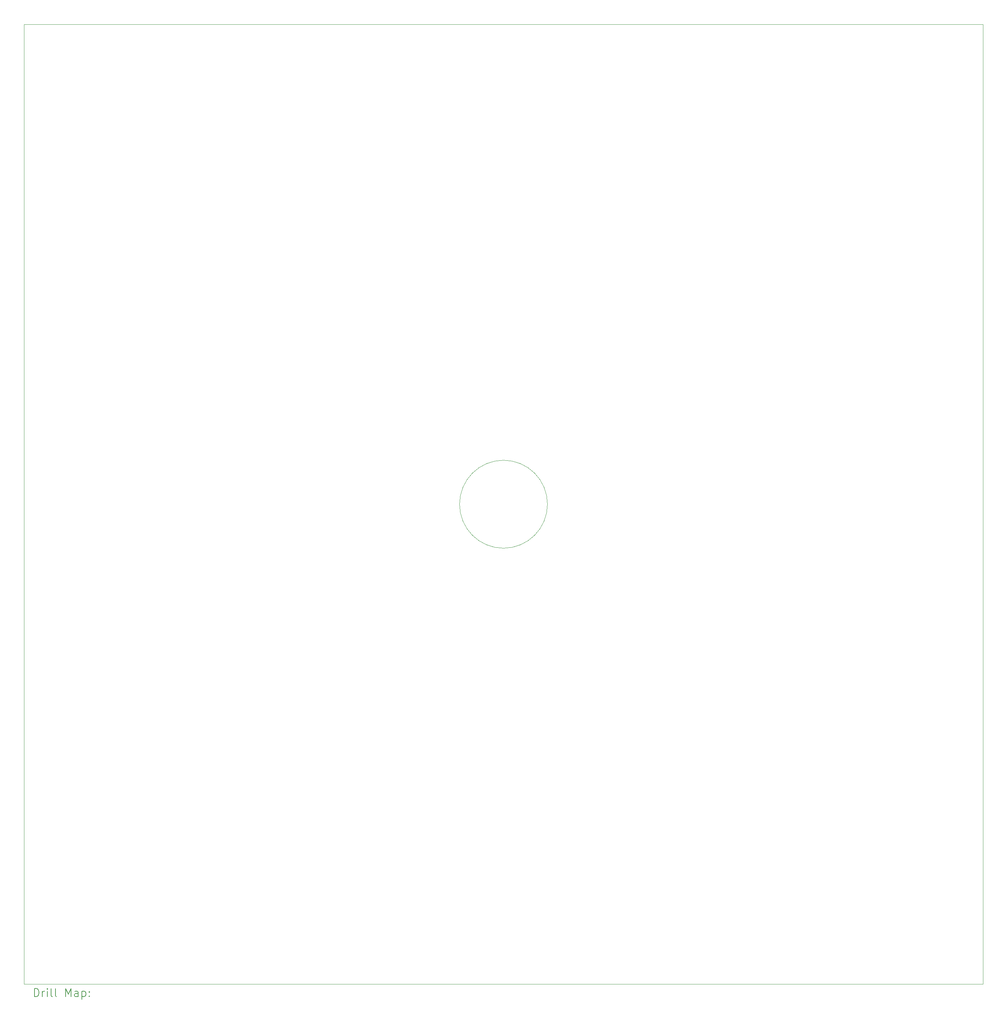
<source format=gbr>
%TF.GenerationSoftware,KiCad,Pcbnew,8.0.5*%
%TF.CreationDate,2024-10-14T18:31:50-05:00*%
%TF.ProjectId,morg_grad_cap,6d6f7267-5f67-4726-9164-5f6361702e6b,rev?*%
%TF.SameCoordinates,Original*%
%TF.FileFunction,Drillmap*%
%TF.FilePolarity,Positive*%
%FSLAX45Y45*%
G04 Gerber Fmt 4.5, Leading zero omitted, Abs format (unit mm)*
G04 Created by KiCad (PCBNEW 8.0.5) date 2024-10-14 18:31:50*
%MOMM*%
%LPD*%
G01*
G04 APERTURE LIST*
%ADD10C,0.050000*%
%ADD11C,0.100000*%
%ADD12C,0.200000*%
G04 APERTURE END LIST*
D10*
X0Y0D02*
X24000000Y0D01*
X24000000Y-24000000D01*
X0Y-24000000D01*
X0Y0D01*
D11*
X13100000Y-12000000D02*
G75*
G02*
X10900000Y-12000000I-1100000J0D01*
G01*
X10900000Y-12000000D02*
G75*
G02*
X13100000Y-12000000I1100000J0D01*
G01*
D12*
X258277Y-24313984D02*
X258277Y-24113984D01*
X258277Y-24113984D02*
X305896Y-24113984D01*
X305896Y-24113984D02*
X334467Y-24123508D01*
X334467Y-24123508D02*
X353515Y-24142555D01*
X353515Y-24142555D02*
X363039Y-24161603D01*
X363039Y-24161603D02*
X372562Y-24199698D01*
X372562Y-24199698D02*
X372562Y-24228269D01*
X372562Y-24228269D02*
X363039Y-24266365D01*
X363039Y-24266365D02*
X353515Y-24285412D01*
X353515Y-24285412D02*
X334467Y-24304460D01*
X334467Y-24304460D02*
X305896Y-24313984D01*
X305896Y-24313984D02*
X258277Y-24313984D01*
X458277Y-24313984D02*
X458277Y-24180650D01*
X458277Y-24218746D02*
X467801Y-24199698D01*
X467801Y-24199698D02*
X477324Y-24190174D01*
X477324Y-24190174D02*
X496372Y-24180650D01*
X496372Y-24180650D02*
X515420Y-24180650D01*
X582086Y-24313984D02*
X582086Y-24180650D01*
X582086Y-24113984D02*
X572563Y-24123508D01*
X572563Y-24123508D02*
X582086Y-24133031D01*
X582086Y-24133031D02*
X591610Y-24123508D01*
X591610Y-24123508D02*
X582086Y-24113984D01*
X582086Y-24113984D02*
X582086Y-24133031D01*
X705896Y-24313984D02*
X686848Y-24304460D01*
X686848Y-24304460D02*
X677324Y-24285412D01*
X677324Y-24285412D02*
X677324Y-24113984D01*
X810658Y-24313984D02*
X791610Y-24304460D01*
X791610Y-24304460D02*
X782086Y-24285412D01*
X782086Y-24285412D02*
X782086Y-24113984D01*
X1039229Y-24313984D02*
X1039229Y-24113984D01*
X1039229Y-24113984D02*
X1105896Y-24256841D01*
X1105896Y-24256841D02*
X1172563Y-24113984D01*
X1172563Y-24113984D02*
X1172563Y-24313984D01*
X1353515Y-24313984D02*
X1353515Y-24209222D01*
X1353515Y-24209222D02*
X1343991Y-24190174D01*
X1343991Y-24190174D02*
X1324944Y-24180650D01*
X1324944Y-24180650D02*
X1286848Y-24180650D01*
X1286848Y-24180650D02*
X1267801Y-24190174D01*
X1353515Y-24304460D02*
X1334467Y-24313984D01*
X1334467Y-24313984D02*
X1286848Y-24313984D01*
X1286848Y-24313984D02*
X1267801Y-24304460D01*
X1267801Y-24304460D02*
X1258277Y-24285412D01*
X1258277Y-24285412D02*
X1258277Y-24266365D01*
X1258277Y-24266365D02*
X1267801Y-24247317D01*
X1267801Y-24247317D02*
X1286848Y-24237793D01*
X1286848Y-24237793D02*
X1334467Y-24237793D01*
X1334467Y-24237793D02*
X1353515Y-24228269D01*
X1448753Y-24180650D02*
X1448753Y-24380650D01*
X1448753Y-24190174D02*
X1467801Y-24180650D01*
X1467801Y-24180650D02*
X1505896Y-24180650D01*
X1505896Y-24180650D02*
X1524943Y-24190174D01*
X1524943Y-24190174D02*
X1534467Y-24199698D01*
X1534467Y-24199698D02*
X1543991Y-24218746D01*
X1543991Y-24218746D02*
X1543991Y-24275888D01*
X1543991Y-24275888D02*
X1534467Y-24294936D01*
X1534467Y-24294936D02*
X1524943Y-24304460D01*
X1524943Y-24304460D02*
X1505896Y-24313984D01*
X1505896Y-24313984D02*
X1467801Y-24313984D01*
X1467801Y-24313984D02*
X1448753Y-24304460D01*
X1629705Y-24294936D02*
X1639229Y-24304460D01*
X1639229Y-24304460D02*
X1629705Y-24313984D01*
X1629705Y-24313984D02*
X1620182Y-24304460D01*
X1620182Y-24304460D02*
X1629705Y-24294936D01*
X1629705Y-24294936D02*
X1629705Y-24313984D01*
X1629705Y-24190174D02*
X1639229Y-24199698D01*
X1639229Y-24199698D02*
X1629705Y-24209222D01*
X1629705Y-24209222D02*
X1620182Y-24199698D01*
X1620182Y-24199698D02*
X1629705Y-24190174D01*
X1629705Y-24190174D02*
X1629705Y-24209222D01*
M02*

</source>
